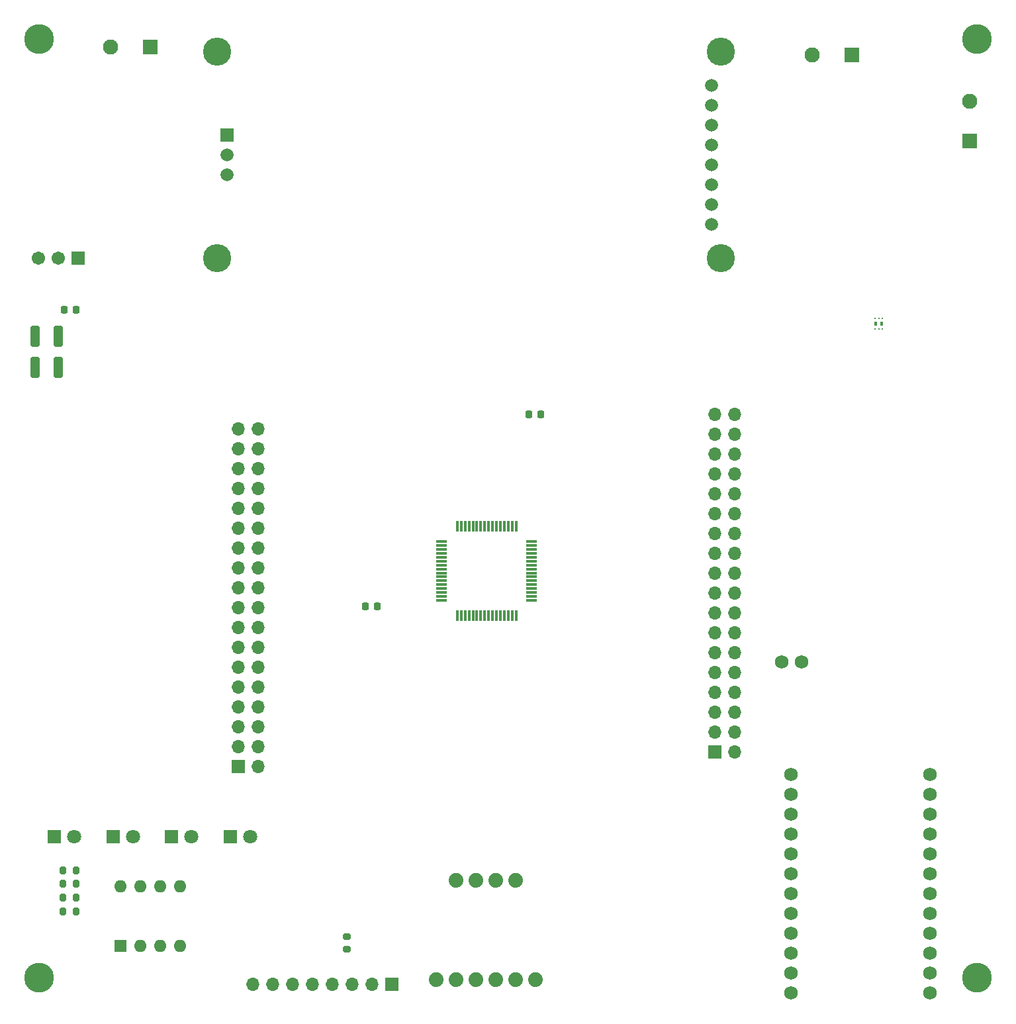
<source format=gbr>
%TF.GenerationSoftware,KiCad,Pcbnew,8.0.5*%
%TF.CreationDate,2025-01-29T09:14:24-07:00*%
%TF.ProjectId,Senior_Project_Schematic_Design,53656e69-6f72-45f5-9072-6f6a6563745f,rev?*%
%TF.SameCoordinates,Original*%
%TF.FileFunction,Soldermask,Top*%
%TF.FilePolarity,Negative*%
%FSLAX46Y46*%
G04 Gerber Fmt 4.6, Leading zero omitted, Abs format (unit mm)*
G04 Created by KiCad (PCBNEW 8.0.5) date 2025-01-29 09:14:24*
%MOMM*%
%LPD*%
G01*
G04 APERTURE LIST*
G04 Aperture macros list*
%AMRoundRect*
0 Rectangle with rounded corners*
0 $1 Rounding radius*
0 $2 $3 $4 $5 $6 $7 $8 $9 X,Y pos of 4 corners*
0 Add a 4 corners polygon primitive as box body*
4,1,4,$2,$3,$4,$5,$6,$7,$8,$9,$2,$3,0*
0 Add four circle primitives for the rounded corners*
1,1,$1+$1,$2,$3*
1,1,$1+$1,$4,$5*
1,1,$1+$1,$6,$7*
1,1,$1+$1,$8,$9*
0 Add four rect primitives between the rounded corners*
20,1,$1+$1,$2,$3,$4,$5,0*
20,1,$1+$1,$4,$5,$6,$7,0*
20,1,$1+$1,$6,$7,$8,$9,0*
20,1,$1+$1,$8,$9,$2,$3,0*%
G04 Aperture macros list end*
%ADD10RoundRect,0.200000X-0.200000X-0.275000X0.200000X-0.275000X0.200000X0.275000X-0.200000X0.275000X0*%
%ADD11C,3.600000*%
%ADD12R,1.665000X1.665000*%
%ADD13C,1.665000*%
%ADD14RoundRect,0.225000X0.225000X0.250000X-0.225000X0.250000X-0.225000X-0.250000X0.225000X-0.250000X0*%
%ADD15R,0.250000X0.250000*%
%ADD16R,0.440000X0.610000*%
%ADD17R,1.710000X1.710000*%
%ADD18C,1.710000*%
%ADD19R,1.950000X1.950000*%
%ADD20C,1.950000*%
%ADD21R,1.475000X0.300000*%
%ADD22R,0.300000X1.475000*%
%ADD23C,1.879600*%
%ADD24RoundRect,0.250000X0.325000X1.100000X-0.325000X1.100000X-0.325000X-1.100000X0.325000X-1.100000X0*%
%ADD25R,1.800000X1.800000*%
%ADD26C,1.800000*%
%ADD27C,3.810000*%
%ADD28R,1.700000X1.700000*%
%ADD29O,1.700000X1.700000*%
%ADD30RoundRect,0.250000X-0.325000X-1.100000X0.325000X-1.100000X0.325000X1.100000X-0.325000X1.100000X0*%
%ADD31RoundRect,0.225000X-0.225000X-0.250000X0.225000X-0.250000X0.225000X0.250000X-0.225000X0.250000X0*%
%ADD32C,1.752600*%
%ADD33RoundRect,0.200000X0.275000X-0.200000X0.275000X0.200000X-0.275000X0.200000X-0.275000X-0.200000X0*%
%ADD34R,1.600000X1.600000*%
%ADD35O,1.600000X1.600000*%
G04 APERTURE END LIST*
D10*
%TO.C,R4*%
X244050000Y-151800000D03*
X245700000Y-151800000D03*
%TD*%
D11*
%TO.C,Radar*%
X263800000Y-43610000D03*
X263800000Y-70010000D03*
X328200000Y-43610000D03*
X328200000Y-70010000D03*
D12*
X265000000Y-54270000D03*
D13*
X265000000Y-56810000D03*
X265000000Y-59350000D03*
X327000000Y-47920000D03*
X327000000Y-50460000D03*
X327000000Y-53000000D03*
X327000000Y-55540000D03*
X327000000Y-58080000D03*
X327000000Y-60620000D03*
X327000000Y-63160000D03*
X327000000Y-65700000D03*
%TD*%
D14*
%TO.C,C7*%
X245775000Y-76600000D03*
X244225000Y-76600000D03*
%TD*%
D10*
%TO.C,R5*%
X244050000Y-153550000D03*
X245700000Y-153550000D03*
%TD*%
D15*
%TO.C,Q1*%
X347900000Y-79100000D03*
X348400000Y-79100000D03*
X348900000Y-79100000D03*
X348900000Y-77750000D03*
X348400000Y-77750000D03*
X347900000Y-77750000D03*
D16*
X348780000Y-78425000D03*
X348020000Y-78425000D03*
%TD*%
D17*
%TO.C,PS1*%
X246000000Y-70000000D03*
D18*
X243460000Y-70000000D03*
X240920000Y-70000000D03*
%TD*%
D19*
%TO.C,Light 2*%
X360000000Y-55000000D03*
D20*
X360000000Y-49920000D03*
%TD*%
D21*
%TO.C,IC1*%
X292512000Y-106272000D03*
X292512000Y-106772000D03*
X292512000Y-107272000D03*
X292512000Y-107772000D03*
X292512000Y-108272000D03*
X292512000Y-108772000D03*
X292512000Y-109272000D03*
X292512000Y-109772000D03*
X292512000Y-110272000D03*
X292512000Y-110772000D03*
X292512000Y-111272000D03*
X292512000Y-111772000D03*
X292512000Y-112272000D03*
X292512000Y-112772000D03*
X292512000Y-113272000D03*
X292512000Y-113772000D03*
D22*
X294500000Y-115760000D03*
X295000000Y-115760000D03*
X295500000Y-115760000D03*
X296000000Y-115760000D03*
X296500000Y-115760000D03*
X297000000Y-115760000D03*
X297500000Y-115760000D03*
X298000000Y-115760000D03*
X298500000Y-115760000D03*
X299000000Y-115760000D03*
X299500000Y-115760000D03*
X300000000Y-115760000D03*
X300500000Y-115760000D03*
X301000000Y-115760000D03*
X301500000Y-115760000D03*
X302000000Y-115760000D03*
D21*
X303988000Y-113772000D03*
X303988000Y-113272000D03*
X303988000Y-112772000D03*
X303988000Y-112272000D03*
X303988000Y-111772000D03*
X303988000Y-111272000D03*
X303988000Y-110772000D03*
X303988000Y-110272000D03*
X303988000Y-109772000D03*
X303988000Y-109272000D03*
X303988000Y-108772000D03*
X303988000Y-108272000D03*
X303988000Y-107772000D03*
X303988000Y-107272000D03*
X303988000Y-106772000D03*
X303988000Y-106272000D03*
D22*
X302000000Y-104284000D03*
X301500000Y-104284000D03*
X301000000Y-104284000D03*
X300500000Y-104284000D03*
X300000000Y-104284000D03*
X299500000Y-104284000D03*
X299000000Y-104284000D03*
X298500000Y-104284000D03*
X298000000Y-104284000D03*
X297500000Y-104284000D03*
X297000000Y-104284000D03*
X296500000Y-104284000D03*
X296000000Y-104284000D03*
X295500000Y-104284000D03*
X295000000Y-104284000D03*
X294500000Y-104284000D03*
%TD*%
D23*
%TO.C,U1*%
X291762000Y-162319000D03*
X294302000Y-162319000D03*
X296842000Y-162319000D03*
X299382000Y-162319000D03*
X301922000Y-162319000D03*
X304462000Y-162319000D03*
X294302000Y-149619000D03*
X296842000Y-149619000D03*
X299382000Y-149619000D03*
X301922000Y-149619000D03*
%TD*%
D24*
%TO.C,C8*%
X243475000Y-80000000D03*
X240525000Y-80000000D03*
%TD*%
D25*
%TO.C,D2*%
X250460000Y-144000000D03*
D26*
X253000000Y-144000000D03*
%TD*%
D25*
%TO.C,D4*%
X265460000Y-144000000D03*
D26*
X268000000Y-144000000D03*
%TD*%
D27*
%TO.C,REF\u002A\u002A*%
X241000000Y-42000000D03*
%TD*%
%TO.C,REF\u002A\u002A*%
X361000000Y-42000000D03*
%TD*%
%TO.C,*%
X361000000Y-162000000D03*
%TD*%
D19*
%TO.C,Light 1*%
X345000000Y-44000000D03*
D20*
X339920000Y-44000000D03*
%TD*%
D28*
%TO.C,J6*%
X266460000Y-135000000D03*
D29*
X269000000Y-135000000D03*
X266460000Y-132460000D03*
X269000000Y-132460000D03*
X266460000Y-129920000D03*
X269000000Y-129920000D03*
X266460000Y-127380000D03*
X269000000Y-127380000D03*
X266460000Y-124840000D03*
X269000000Y-124840000D03*
X266460000Y-122300000D03*
X269000000Y-122300000D03*
X266460000Y-119760000D03*
X269000000Y-119760000D03*
X266460000Y-117220000D03*
X269000000Y-117220000D03*
X266460000Y-114680000D03*
X269000000Y-114680000D03*
X266460000Y-112140000D03*
X269000000Y-112140000D03*
X266460000Y-109600000D03*
X269000000Y-109600000D03*
X266460000Y-107060000D03*
X269000000Y-107060000D03*
X266460000Y-104520000D03*
X269000000Y-104520000D03*
X266460000Y-101980000D03*
X269000000Y-101980000D03*
X266460000Y-99440000D03*
X269000000Y-99440000D03*
X266460000Y-96900000D03*
X269000000Y-96900000D03*
X266460000Y-94360000D03*
X269000000Y-94360000D03*
X266460000Y-91820000D03*
X269000000Y-91820000D03*
%TD*%
D27*
%TO.C,REF\u002A\u002A*%
X241000000Y-162000000D03*
%TD*%
D19*
%TO.C,Load Voltage*%
X255185000Y-43000000D03*
D20*
X250105000Y-43000000D03*
%TD*%
D30*
%TO.C,C9*%
X240525000Y-84000000D03*
X243475000Y-84000000D03*
%TD*%
D31*
%TO.C,C6*%
X303655000Y-90000000D03*
X305205000Y-90000000D03*
%TD*%
D32*
%TO.C,U3*%
X354960000Y-163970000D03*
X354960000Y-161430000D03*
X354960000Y-158890000D03*
X354960000Y-156350000D03*
X354960000Y-153810000D03*
X354960000Y-151270000D03*
X354960000Y-148730000D03*
X354960000Y-146190000D03*
X354960000Y-143650000D03*
X354960000Y-141110000D03*
X354960000Y-138570000D03*
X354960000Y-136030000D03*
X337180000Y-163970000D03*
X337180000Y-161430000D03*
X337180000Y-158890000D03*
X337180000Y-156350000D03*
X337180000Y-153810000D03*
X337180000Y-151270000D03*
X337180000Y-148730000D03*
X337180000Y-146190000D03*
X337180000Y-143650000D03*
X337180000Y-141110000D03*
X337180000Y-138570000D03*
X337180000Y-136030000D03*
X338529000Y-121615000D03*
X335989000Y-121615000D03*
%TD*%
D25*
%TO.C,D1*%
X242960000Y-144000000D03*
D26*
X245500000Y-144000000D03*
%TD*%
D28*
%TO.C,J5*%
X327460000Y-133160000D03*
D29*
X330000000Y-133160000D03*
X327460000Y-130620000D03*
X330000000Y-130620000D03*
X327460000Y-128080000D03*
X330000000Y-128080000D03*
X327460000Y-125540000D03*
X330000000Y-125540000D03*
X327460000Y-123000000D03*
X330000000Y-123000000D03*
X327460000Y-120460000D03*
X330000000Y-120460000D03*
X327460000Y-117920000D03*
X330000000Y-117920000D03*
X327460000Y-115380000D03*
X330000000Y-115380000D03*
X327460000Y-112840000D03*
X330000000Y-112840000D03*
X327460000Y-110300000D03*
X330000000Y-110300000D03*
X327460000Y-107760000D03*
X330000000Y-107760000D03*
X327460000Y-105220000D03*
X330000000Y-105220000D03*
X327460000Y-102680000D03*
X330000000Y-102680000D03*
X327460000Y-100140000D03*
X330000000Y-100140000D03*
X327460000Y-97600000D03*
X330000000Y-97600000D03*
X327460000Y-95060000D03*
X330000000Y-95060000D03*
X327460000Y-92520000D03*
X330000000Y-92520000D03*
X327460000Y-89980000D03*
X330000000Y-89980000D03*
%TD*%
D28*
%TO.C,J1*%
X286080000Y-162900000D03*
D29*
X283540000Y-162900000D03*
X281000000Y-162900000D03*
X278460000Y-162900000D03*
X275920000Y-162900000D03*
X273380000Y-162900000D03*
X270840000Y-162900000D03*
X268300000Y-162900000D03*
%TD*%
D10*
%TO.C,R2*%
X244050000Y-148300000D03*
X245700000Y-148300000D03*
%TD*%
D14*
%TO.C,C1*%
X284275000Y-114500000D03*
X282725000Y-114500000D03*
%TD*%
D33*
%TO.C,R1*%
X280400000Y-158425000D03*
X280400000Y-156775000D03*
%TD*%
D34*
%TO.C,SW1*%
X251380000Y-158000000D03*
D35*
X253920000Y-158000000D03*
X256460000Y-158000000D03*
X259000000Y-158000000D03*
X259000000Y-150380000D03*
X256460000Y-150380000D03*
X253920000Y-150380000D03*
X251380000Y-150380000D03*
%TD*%
D10*
%TO.C,R3*%
X244050000Y-150050000D03*
X245700000Y-150050000D03*
%TD*%
D25*
%TO.C,D3*%
X257960000Y-144000000D03*
D26*
X260500000Y-144000000D03*
%TD*%
M02*

</source>
